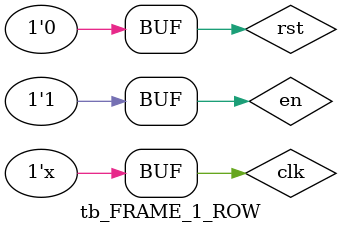
<source format=v>
`timescale 1ns / 1ps
module tb_FRAME_1_ROW;

    reg clk;
    reg rst;
    reg en;
    wire frame;

    FRAME_1_ROW DUT(
        .clk(clk),
        .rst(rst),
        .en(en),
        .frame(frame)
    );
    initial begin
        clk = 0;
        rst = 1;
        en = 0;

        #5
        rst = 0;
        en = 1;
    end

    always #5 clk = ~clk;

endmodule

</source>
